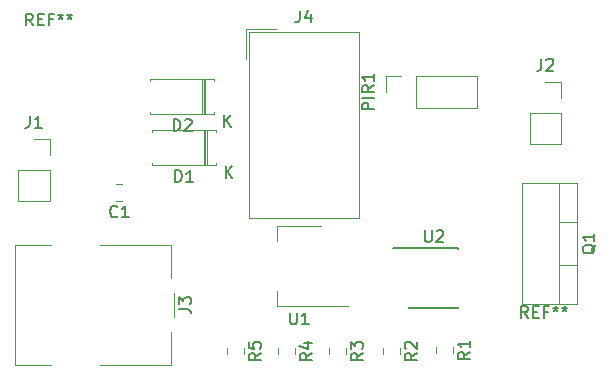
<source format=gbr>
G04 #@! TF.GenerationSoftware,KiCad,Pcbnew,(5.0.1)-4*
G04 #@! TF.CreationDate,2018-11-16T16:38:59+08:00*
G04 #@! TF.ProjectId,AILight,41494C696768742E6B696361645F7063,rev?*
G04 #@! TF.SameCoordinates,Original*
G04 #@! TF.FileFunction,Legend,Top*
G04 #@! TF.FilePolarity,Positive*
%FSLAX46Y46*%
G04 Gerber Fmt 4.6, Leading zero omitted, Abs format (unit mm)*
G04 Created by KiCad (PCBNEW (5.0.1)-4) date 2018-11-16 16:38:59*
%MOMM*%
%LPD*%
G01*
G04 APERTURE LIST*
%ADD10C,0.120000*%
%ADD11C,0.150000*%
G04 APERTURE END LIST*
D10*
G04 #@! TO.C,PIR1*
X48260000Y-63941000D02*
X48260000Y-61281000D01*
X48260000Y-63941000D02*
X53400000Y-63941000D01*
X53400000Y-63941000D02*
X53400000Y-61281000D01*
X48260000Y-61281000D02*
X53400000Y-61281000D01*
X45660000Y-61281000D02*
X46990000Y-61281000D01*
X45660000Y-62611000D02*
X45660000Y-61281000D01*
G04 #@! TO.C,J4*
X43410000Y-57515000D02*
X43410000Y-73295000D01*
X43410000Y-73295000D02*
X34060000Y-73295000D01*
X34060000Y-73295000D02*
X34060000Y-57515000D01*
X34060000Y-57515000D02*
X43410000Y-57515000D01*
X33810000Y-57265000D02*
X33810000Y-59805000D01*
X33810000Y-57265000D02*
X36350000Y-57265000D01*
G04 #@! TO.C,D2*
X30388000Y-64462000D02*
X30388000Y-61522000D01*
X30148000Y-64462000D02*
X30148000Y-61522000D01*
X30268000Y-64462000D02*
X30268000Y-61522000D01*
X25728000Y-61522000D02*
X25728000Y-61652000D01*
X31168000Y-61522000D02*
X25728000Y-61522000D01*
X31168000Y-61652000D02*
X31168000Y-61522000D01*
X25728000Y-64462000D02*
X25728000Y-64332000D01*
X31168000Y-64462000D02*
X25728000Y-64462000D01*
X31168000Y-64332000D02*
X31168000Y-64462000D01*
G04 #@! TO.C,D1*
X31295000Y-68650000D02*
X31295000Y-68780000D01*
X31295000Y-68780000D02*
X25855000Y-68780000D01*
X25855000Y-68780000D02*
X25855000Y-68650000D01*
X31295000Y-65970000D02*
X31295000Y-65840000D01*
X31295000Y-65840000D02*
X25855000Y-65840000D01*
X25855000Y-65840000D02*
X25855000Y-65970000D01*
X30395000Y-68780000D02*
X30395000Y-65840000D01*
X30275000Y-68780000D02*
X30275000Y-65840000D01*
X30515000Y-68780000D02*
X30515000Y-65840000D01*
D11*
G04 #@! TO.C,U2*
X47676000Y-75784000D02*
X47676000Y-75834000D01*
X51826000Y-75784000D02*
X51826000Y-75929000D01*
X51826000Y-80934000D02*
X51826000Y-80789000D01*
X47676000Y-80934000D02*
X47676000Y-80789000D01*
X47676000Y-75784000D02*
X51826000Y-75784000D01*
X47676000Y-80934000D02*
X51826000Y-80934000D01*
X47676000Y-75834000D02*
X46276000Y-75834000D01*
D10*
G04 #@! TO.C,J3*
X27716000Y-79645000D02*
X27716000Y-81645000D01*
X14306000Y-75535000D02*
X17366000Y-75535000D01*
X14306000Y-85755000D02*
X14306000Y-75535000D01*
X17366000Y-85755000D02*
X14306000Y-85755000D01*
X27526000Y-85755000D02*
X21466000Y-85755000D01*
X27526000Y-82945000D02*
X27526000Y-85755000D01*
X27526000Y-75535000D02*
X27526000Y-78345000D01*
X21466000Y-75535000D02*
X27526000Y-75535000D01*
G04 #@! TO.C,C1*
X23375252Y-70410000D02*
X22852748Y-70410000D01*
X23375252Y-71830000D02*
X22852748Y-71830000D01*
G04 #@! TO.C,R5*
X32271637Y-84290997D02*
X32271637Y-84813501D01*
X33691637Y-84290997D02*
X33691637Y-84813501D01*
G04 #@! TO.C,R4*
X38009637Y-84290997D02*
X38009637Y-84813501D01*
X36589637Y-84290997D02*
X36589637Y-84813501D01*
G04 #@! TO.C,R3*
X42327637Y-84290997D02*
X42327637Y-84813501D01*
X40907637Y-84290997D02*
X40907637Y-84813501D01*
G04 #@! TO.C,R2*
X46899637Y-84290997D02*
X46899637Y-84813501D01*
X45479637Y-84290997D02*
X45479637Y-84813501D01*
G04 #@! TO.C,J2*
X59182000Y-61789000D02*
X60512000Y-61789000D01*
X60512000Y-61789000D02*
X60512000Y-63119000D01*
X60512000Y-64389000D02*
X60512000Y-66989000D01*
X57852000Y-66989000D02*
X60512000Y-66989000D01*
X57852000Y-64389000D02*
X57852000Y-66989000D01*
X57852000Y-64389000D02*
X60512000Y-64389000D01*
G04 #@! TO.C,J1*
X14545000Y-69215000D02*
X17205000Y-69215000D01*
X14545000Y-69215000D02*
X14545000Y-71815000D01*
X14545000Y-71815000D02*
X17205000Y-71815000D01*
X17205000Y-69215000D02*
X17205000Y-71815000D01*
X17205000Y-66615000D02*
X17205000Y-67945000D01*
X15875000Y-66615000D02*
X17205000Y-66615000D01*
G04 #@! TO.C,R1*
X49963000Y-84193748D02*
X49963000Y-84716252D01*
X51383000Y-84193748D02*
X51383000Y-84716252D01*
G04 #@! TO.C,U1*
X36444000Y-73933000D02*
X36444000Y-75193000D01*
X36444000Y-80753000D02*
X36444000Y-79493000D01*
X40204000Y-73933000D02*
X36444000Y-73933000D01*
X42454000Y-80753000D02*
X36444000Y-80753000D01*
G04 #@! TO.C,Q1*
X61880500Y-70318000D02*
X61880500Y-80558000D01*
X57239500Y-70318000D02*
X57239500Y-80558000D01*
X61880500Y-70318000D02*
X57239500Y-70318000D01*
X61880500Y-80558000D02*
X57239500Y-80558000D01*
X60370500Y-70318000D02*
X60370500Y-80558000D01*
X61880500Y-73588000D02*
X60370500Y-73588000D01*
X61880500Y-77289000D02*
X60370500Y-77289000D01*
G04 #@! TO.C,REF\002A\002A*
D11*
X15811666Y-56967380D02*
X15478333Y-56491190D01*
X15240238Y-56967380D02*
X15240238Y-55967380D01*
X15621190Y-55967380D01*
X15716428Y-56015000D01*
X15764047Y-56062619D01*
X15811666Y-56157857D01*
X15811666Y-56300714D01*
X15764047Y-56395952D01*
X15716428Y-56443571D01*
X15621190Y-56491190D01*
X15240238Y-56491190D01*
X16240238Y-56443571D02*
X16573571Y-56443571D01*
X16716428Y-56967380D02*
X16240238Y-56967380D01*
X16240238Y-55967380D01*
X16716428Y-55967380D01*
X17478333Y-56443571D02*
X17145000Y-56443571D01*
X17145000Y-56967380D02*
X17145000Y-55967380D01*
X17621190Y-55967380D01*
X18145000Y-55967380D02*
X18145000Y-56205476D01*
X17906904Y-56110238D02*
X18145000Y-56205476D01*
X18383095Y-56110238D01*
X18002142Y-56395952D02*
X18145000Y-56205476D01*
X18287857Y-56395952D01*
X18906904Y-55967380D02*
X18906904Y-56205476D01*
X18668809Y-56110238D02*
X18906904Y-56205476D01*
X19145000Y-56110238D01*
X18764047Y-56395952D02*
X18906904Y-56205476D01*
X19049761Y-56395952D01*
X57721666Y-81732380D02*
X57388333Y-81256190D01*
X57150238Y-81732380D02*
X57150238Y-80732380D01*
X57531190Y-80732380D01*
X57626428Y-80780000D01*
X57674047Y-80827619D01*
X57721666Y-80922857D01*
X57721666Y-81065714D01*
X57674047Y-81160952D01*
X57626428Y-81208571D01*
X57531190Y-81256190D01*
X57150238Y-81256190D01*
X58150238Y-81208571D02*
X58483571Y-81208571D01*
X58626428Y-81732380D02*
X58150238Y-81732380D01*
X58150238Y-80732380D01*
X58626428Y-80732380D01*
X59388333Y-81208571D02*
X59055000Y-81208571D01*
X59055000Y-81732380D02*
X59055000Y-80732380D01*
X59531190Y-80732380D01*
X60055000Y-80732380D02*
X60055000Y-80970476D01*
X59816904Y-80875238D02*
X60055000Y-80970476D01*
X60293095Y-80875238D01*
X59912142Y-81160952D02*
X60055000Y-80970476D01*
X60197857Y-81160952D01*
X60816904Y-80732380D02*
X60816904Y-80970476D01*
X60578809Y-80875238D02*
X60816904Y-80970476D01*
X61055000Y-80875238D01*
X60674047Y-81160952D02*
X60816904Y-80970476D01*
X60959761Y-81160952D01*
G04 #@! TO.C,PIR1*
X44672380Y-64087190D02*
X43672380Y-64087190D01*
X43672380Y-63706238D01*
X43720000Y-63611000D01*
X43767619Y-63563380D01*
X43862857Y-63515761D01*
X44005714Y-63515761D01*
X44100952Y-63563380D01*
X44148571Y-63611000D01*
X44196190Y-63706238D01*
X44196190Y-64087190D01*
X44672380Y-63087190D02*
X43672380Y-63087190D01*
X44672380Y-62039571D02*
X44196190Y-62372904D01*
X44672380Y-62611000D02*
X43672380Y-62611000D01*
X43672380Y-62230047D01*
X43720000Y-62134809D01*
X43767619Y-62087190D01*
X43862857Y-62039571D01*
X44005714Y-62039571D01*
X44100952Y-62087190D01*
X44148571Y-62134809D01*
X44196190Y-62230047D01*
X44196190Y-62611000D01*
X44672380Y-61087190D02*
X44672380Y-61658619D01*
X44672380Y-61372904D02*
X43672380Y-61372904D01*
X43815238Y-61468142D01*
X43910476Y-61563380D01*
X43958095Y-61658619D01*
G04 #@! TO.C,J4*
X38401666Y-55713380D02*
X38401666Y-56427666D01*
X38354047Y-56570523D01*
X38258809Y-56665761D01*
X38115952Y-56713380D01*
X38020714Y-56713380D01*
X39306428Y-56046714D02*
X39306428Y-56713380D01*
X39068333Y-55665761D02*
X38830238Y-56380047D01*
X39449285Y-56380047D01*
G04 #@! TO.C,D2*
X27709904Y-65914380D02*
X27709904Y-64914380D01*
X27948000Y-64914380D01*
X28090857Y-64962000D01*
X28186095Y-65057238D01*
X28233714Y-65152476D01*
X28281333Y-65342952D01*
X28281333Y-65485809D01*
X28233714Y-65676285D01*
X28186095Y-65771523D01*
X28090857Y-65866761D01*
X27948000Y-65914380D01*
X27709904Y-65914380D01*
X28662285Y-65009619D02*
X28709904Y-64962000D01*
X28805142Y-64914380D01*
X29043238Y-64914380D01*
X29138476Y-64962000D01*
X29186095Y-65009619D01*
X29233714Y-65104857D01*
X29233714Y-65200095D01*
X29186095Y-65342952D01*
X28614666Y-65914380D01*
X29233714Y-65914380D01*
X31996095Y-65544380D02*
X31996095Y-64544380D01*
X32567523Y-65544380D02*
X32138952Y-64972952D01*
X32567523Y-64544380D02*
X31996095Y-65115809D01*
G04 #@! TO.C,D1*
X27836904Y-70232380D02*
X27836904Y-69232380D01*
X28075000Y-69232380D01*
X28217857Y-69280000D01*
X28313095Y-69375238D01*
X28360714Y-69470476D01*
X28408333Y-69660952D01*
X28408333Y-69803809D01*
X28360714Y-69994285D01*
X28313095Y-70089523D01*
X28217857Y-70184761D01*
X28075000Y-70232380D01*
X27836904Y-70232380D01*
X29360714Y-70232380D02*
X28789285Y-70232380D01*
X29075000Y-70232380D02*
X29075000Y-69232380D01*
X28979761Y-69375238D01*
X28884523Y-69470476D01*
X28789285Y-69518095D01*
X32123095Y-69862380D02*
X32123095Y-68862380D01*
X32694523Y-69862380D02*
X32265952Y-69290952D01*
X32694523Y-68862380D02*
X32123095Y-69433809D01*
G04 #@! TO.C,U2*
X48989095Y-74311380D02*
X48989095Y-75120904D01*
X49036714Y-75216142D01*
X49084333Y-75263761D01*
X49179571Y-75311380D01*
X49370047Y-75311380D01*
X49465285Y-75263761D01*
X49512904Y-75216142D01*
X49560523Y-75120904D01*
X49560523Y-74311380D01*
X49989095Y-74406619D02*
X50036714Y-74359000D01*
X50131952Y-74311380D01*
X50370047Y-74311380D01*
X50465285Y-74359000D01*
X50512904Y-74406619D01*
X50560523Y-74501857D01*
X50560523Y-74597095D01*
X50512904Y-74739952D01*
X49941476Y-75311380D01*
X50560523Y-75311380D01*
G04 #@! TO.C,J3*
X28168380Y-80978333D02*
X28882666Y-80978333D01*
X29025523Y-81025952D01*
X29120761Y-81121190D01*
X29168380Y-81264047D01*
X29168380Y-81359285D01*
X28168380Y-80597380D02*
X28168380Y-79978333D01*
X28549333Y-80311666D01*
X28549333Y-80168809D01*
X28596952Y-80073571D01*
X28644571Y-80025952D01*
X28739809Y-79978333D01*
X28977904Y-79978333D01*
X29073142Y-80025952D01*
X29120761Y-80073571D01*
X29168380Y-80168809D01*
X29168380Y-80454523D01*
X29120761Y-80549761D01*
X29073142Y-80597380D01*
G04 #@! TO.C,C1*
X22947333Y-73127142D02*
X22899714Y-73174761D01*
X22756857Y-73222380D01*
X22661619Y-73222380D01*
X22518761Y-73174761D01*
X22423523Y-73079523D01*
X22375904Y-72984285D01*
X22328285Y-72793809D01*
X22328285Y-72650952D01*
X22375904Y-72460476D01*
X22423523Y-72365238D01*
X22518761Y-72270000D01*
X22661619Y-72222380D01*
X22756857Y-72222380D01*
X22899714Y-72270000D01*
X22947333Y-72317619D01*
X23899714Y-73222380D02*
X23328285Y-73222380D01*
X23614000Y-73222380D02*
X23614000Y-72222380D01*
X23518761Y-72365238D01*
X23423523Y-72460476D01*
X23328285Y-72508095D01*
G04 #@! TO.C,R5*
X35084017Y-84718915D02*
X34607827Y-85052249D01*
X35084017Y-85290344D02*
X34084017Y-85290344D01*
X34084017Y-84909391D01*
X34131637Y-84814153D01*
X34179256Y-84766534D01*
X34274494Y-84718915D01*
X34417351Y-84718915D01*
X34512589Y-84766534D01*
X34560208Y-84814153D01*
X34607827Y-84909391D01*
X34607827Y-85290344D01*
X34084017Y-83814153D02*
X34084017Y-84290344D01*
X34560208Y-84337963D01*
X34512589Y-84290344D01*
X34464970Y-84195106D01*
X34464970Y-83957010D01*
X34512589Y-83861772D01*
X34560208Y-83814153D01*
X34655446Y-83766534D01*
X34893541Y-83766534D01*
X34988779Y-83814153D01*
X35036398Y-83861772D01*
X35084017Y-83957010D01*
X35084017Y-84195106D01*
X35036398Y-84290344D01*
X34988779Y-84337963D01*
G04 #@! TO.C,R4*
X39402017Y-84718915D02*
X38925827Y-85052249D01*
X39402017Y-85290344D02*
X38402017Y-85290344D01*
X38402017Y-84909391D01*
X38449637Y-84814153D01*
X38497256Y-84766534D01*
X38592494Y-84718915D01*
X38735351Y-84718915D01*
X38830589Y-84766534D01*
X38878208Y-84814153D01*
X38925827Y-84909391D01*
X38925827Y-85290344D01*
X38735351Y-83861772D02*
X39402017Y-83861772D01*
X38354398Y-84099868D02*
X39068684Y-84337963D01*
X39068684Y-83718915D01*
G04 #@! TO.C,R3*
X43720017Y-84718915D02*
X43243827Y-85052249D01*
X43720017Y-85290344D02*
X42720017Y-85290344D01*
X42720017Y-84909391D01*
X42767637Y-84814153D01*
X42815256Y-84766534D01*
X42910494Y-84718915D01*
X43053351Y-84718915D01*
X43148589Y-84766534D01*
X43196208Y-84814153D01*
X43243827Y-84909391D01*
X43243827Y-85290344D01*
X42720017Y-84385582D02*
X42720017Y-83766534D01*
X43100970Y-84099868D01*
X43100970Y-83957010D01*
X43148589Y-83861772D01*
X43196208Y-83814153D01*
X43291446Y-83766534D01*
X43529541Y-83766534D01*
X43624779Y-83814153D01*
X43672398Y-83861772D01*
X43720017Y-83957010D01*
X43720017Y-84242725D01*
X43672398Y-84337963D01*
X43624779Y-84385582D01*
G04 #@! TO.C,R2*
X48292017Y-84718915D02*
X47815827Y-85052249D01*
X48292017Y-85290344D02*
X47292017Y-85290344D01*
X47292017Y-84909391D01*
X47339637Y-84814153D01*
X47387256Y-84766534D01*
X47482494Y-84718915D01*
X47625351Y-84718915D01*
X47720589Y-84766534D01*
X47768208Y-84814153D01*
X47815827Y-84909391D01*
X47815827Y-85290344D01*
X47387256Y-84337963D02*
X47339637Y-84290344D01*
X47292017Y-84195106D01*
X47292017Y-83957010D01*
X47339637Y-83861772D01*
X47387256Y-83814153D01*
X47482494Y-83766534D01*
X47577732Y-83766534D01*
X47720589Y-83814153D01*
X48292017Y-84385582D01*
X48292017Y-83766534D01*
G04 #@! TO.C,J2*
X58848666Y-59801380D02*
X58848666Y-60515666D01*
X58801047Y-60658523D01*
X58705809Y-60753761D01*
X58562952Y-60801380D01*
X58467714Y-60801380D01*
X59277238Y-59896619D02*
X59324857Y-59849000D01*
X59420095Y-59801380D01*
X59658190Y-59801380D01*
X59753428Y-59849000D01*
X59801047Y-59896619D01*
X59848666Y-59991857D01*
X59848666Y-60087095D01*
X59801047Y-60229952D01*
X59229619Y-60801380D01*
X59848666Y-60801380D01*
G04 #@! TO.C,J1*
X15541666Y-64627380D02*
X15541666Y-65341666D01*
X15494047Y-65484523D01*
X15398809Y-65579761D01*
X15255952Y-65627380D01*
X15160714Y-65627380D01*
X16541666Y-65627380D02*
X15970238Y-65627380D01*
X16255952Y-65627380D02*
X16255952Y-64627380D01*
X16160714Y-64770238D01*
X16065476Y-64865476D01*
X15970238Y-64913095D01*
G04 #@! TO.C,R1*
X52775380Y-84621666D02*
X52299190Y-84955000D01*
X52775380Y-85193095D02*
X51775380Y-85193095D01*
X51775380Y-84812142D01*
X51823000Y-84716904D01*
X51870619Y-84669285D01*
X51965857Y-84621666D01*
X52108714Y-84621666D01*
X52203952Y-84669285D01*
X52251571Y-84716904D01*
X52299190Y-84812142D01*
X52299190Y-85193095D01*
X52775380Y-83669285D02*
X52775380Y-84240714D01*
X52775380Y-83955000D02*
X51775380Y-83955000D01*
X51918238Y-84050238D01*
X52013476Y-84145476D01*
X52061095Y-84240714D01*
G04 #@! TO.C,U1*
X37592095Y-81295380D02*
X37592095Y-82104904D01*
X37639714Y-82200142D01*
X37687333Y-82247761D01*
X37782571Y-82295380D01*
X37973047Y-82295380D01*
X38068285Y-82247761D01*
X38115904Y-82200142D01*
X38163523Y-82104904D01*
X38163523Y-81295380D01*
X39163523Y-82295380D02*
X38592095Y-82295380D01*
X38877809Y-82295380D02*
X38877809Y-81295380D01*
X38782571Y-81438238D01*
X38687333Y-81533476D01*
X38592095Y-81581095D01*
G04 #@! TO.C,Q1*
X63428119Y-75533238D02*
X63380500Y-75628476D01*
X63285261Y-75723714D01*
X63142404Y-75866571D01*
X63094785Y-75961809D01*
X63094785Y-76057047D01*
X63332880Y-76009428D02*
X63285261Y-76104666D01*
X63190023Y-76199904D01*
X62999547Y-76247523D01*
X62666214Y-76247523D01*
X62475738Y-76199904D01*
X62380500Y-76104666D01*
X62332880Y-76009428D01*
X62332880Y-75818952D01*
X62380500Y-75723714D01*
X62475738Y-75628476D01*
X62666214Y-75580857D01*
X62999547Y-75580857D01*
X63190023Y-75628476D01*
X63285261Y-75723714D01*
X63332880Y-75818952D01*
X63332880Y-76009428D01*
X63332880Y-74628476D02*
X63332880Y-75199904D01*
X63332880Y-74914190D02*
X62332880Y-74914190D01*
X62475738Y-75009428D01*
X62570976Y-75104666D01*
X62618595Y-75199904D01*
G04 #@! TD*
M02*

</source>
